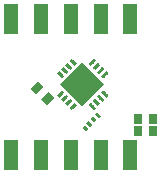
<source format=gbr>
G04 EAGLE Gerber X2 export*
%TF.Part,Single*%
%TF.FileFunction,Paste,Bot*%
%TF.FilePolarity,Positive*%
%TF.GenerationSoftware,Autodesk,EAGLE,9.0.1*%
%TF.CreationDate,2018-12-20T19:56:33Z*%
G75*
%MOMM*%
%FSLAX34Y34*%
%LPD*%
%AMOC8*
5,1,8,0,0,1.08239X$1,22.5*%
G01*
%ADD10C,0.062500*%
%ADD11R,2.600000X2.600000*%
%ADD12R,0.700000X0.900000*%
%ADD13R,1.270000X2.540000*%
%ADD14R,0.280000X0.430000*%


D10*
X6995Y-16375D02*
X10795Y-20175D01*
X9469Y-21501D01*
X5669Y-17701D01*
X6995Y-16375D01*
X8845Y-20877D02*
X10093Y-20877D01*
X10717Y-20253D02*
X8221Y-20253D01*
X7597Y-19629D02*
X10249Y-19629D01*
X9625Y-19005D02*
X6973Y-19005D01*
X6349Y-18381D02*
X9001Y-18381D01*
X8377Y-17757D02*
X5725Y-17757D01*
X6237Y-17133D02*
X7753Y-17133D01*
X7129Y-16509D02*
X6861Y-16509D01*
X10530Y-12840D02*
X14330Y-16640D01*
X13004Y-17966D01*
X9204Y-14166D01*
X10530Y-12840D01*
X12380Y-17342D02*
X13628Y-17342D01*
X14252Y-16718D02*
X11756Y-16718D01*
X11132Y-16094D02*
X13784Y-16094D01*
X13160Y-15470D02*
X10508Y-15470D01*
X9884Y-14846D02*
X12536Y-14846D01*
X11912Y-14222D02*
X9260Y-14222D01*
X9772Y-13598D02*
X11288Y-13598D01*
X10664Y-12974D02*
X10396Y-12974D01*
X14066Y-9304D02*
X17866Y-13104D01*
X16540Y-14430D01*
X12740Y-10630D01*
X14066Y-9304D01*
X15916Y-13806D02*
X17164Y-13806D01*
X17788Y-13182D02*
X15292Y-13182D01*
X14668Y-12558D02*
X17320Y-12558D01*
X16696Y-11934D02*
X14044Y-11934D01*
X13420Y-11310D02*
X16072Y-11310D01*
X15448Y-10686D02*
X12796Y-10686D01*
X13308Y-10062D02*
X14824Y-10062D01*
X14200Y-9438D02*
X13932Y-9438D01*
X17601Y-5769D02*
X21401Y-9569D01*
X20075Y-10895D01*
X16275Y-7095D01*
X17601Y-5769D01*
X19451Y-10271D02*
X20699Y-10271D01*
X21323Y-9647D02*
X18827Y-9647D01*
X18203Y-9023D02*
X20855Y-9023D01*
X20231Y-8399D02*
X17579Y-8399D01*
X16955Y-7775D02*
X19607Y-7775D01*
X18983Y-7151D02*
X16331Y-7151D01*
X16843Y-6527D02*
X18359Y-6527D01*
X17735Y-5903D02*
X17467Y-5903D01*
X-16075Y6695D02*
X-19875Y10495D01*
X-16075Y6695D02*
X-17401Y5369D01*
X-21201Y9169D01*
X-19875Y10495D01*
X-18025Y5993D02*
X-16777Y5993D01*
X-16153Y6617D02*
X-18649Y6617D01*
X-19273Y7241D02*
X-16621Y7241D01*
X-17245Y7865D02*
X-19897Y7865D01*
X-20521Y8489D02*
X-17869Y8489D01*
X-18493Y9113D02*
X-21145Y9113D01*
X-20633Y9737D02*
X-19117Y9737D01*
X-19741Y10361D02*
X-20009Y10361D01*
X-16340Y14030D02*
X-12540Y10230D01*
X-13866Y8904D01*
X-17666Y12704D01*
X-16340Y14030D01*
X-14490Y9528D02*
X-13242Y9528D01*
X-12618Y10152D02*
X-15114Y10152D01*
X-15738Y10776D02*
X-13086Y10776D01*
X-13710Y11400D02*
X-16362Y11400D01*
X-16986Y12024D02*
X-14334Y12024D01*
X-14958Y12648D02*
X-17610Y12648D01*
X-17098Y13272D02*
X-15582Y13272D01*
X-16206Y13896D02*
X-16474Y13896D01*
X-12804Y17566D02*
X-9004Y13766D01*
X-10330Y12440D01*
X-14130Y16240D01*
X-12804Y17566D01*
X-10954Y13064D02*
X-9706Y13064D01*
X-9082Y13688D02*
X-11578Y13688D01*
X-12202Y14312D02*
X-9550Y14312D01*
X-10174Y14936D02*
X-12826Y14936D01*
X-13450Y15560D02*
X-10798Y15560D01*
X-11422Y16184D02*
X-14074Y16184D01*
X-13562Y16808D02*
X-12046Y16808D01*
X-12670Y17432D02*
X-12938Y17432D01*
X-9269Y21101D02*
X-5469Y17301D01*
X-6795Y15975D01*
X-10595Y19775D01*
X-9269Y21101D01*
X-7419Y16599D02*
X-6171Y16599D01*
X-5547Y17223D02*
X-8043Y17223D01*
X-8667Y17847D02*
X-6015Y17847D01*
X-6639Y18471D02*
X-9291Y18471D01*
X-9915Y19095D02*
X-7263Y19095D01*
X-7887Y19719D02*
X-10539Y19719D01*
X-10027Y20343D02*
X-8511Y20343D01*
X-9135Y20967D02*
X-9403Y20967D01*
X6995Y15975D02*
X10795Y19775D01*
X6995Y15975D02*
X5669Y17301D01*
X9469Y21101D01*
X10795Y19775D01*
X7619Y16599D02*
X6371Y16599D01*
X5747Y17223D02*
X8243Y17223D01*
X8867Y17847D02*
X6215Y17847D01*
X6839Y18471D02*
X9491Y18471D01*
X10115Y19095D02*
X7463Y19095D01*
X8087Y19719D02*
X10739Y19719D01*
X10227Y20343D02*
X8711Y20343D01*
X9335Y20967D02*
X9603Y20967D01*
X14330Y16240D02*
X10530Y12440D01*
X9204Y13766D01*
X13004Y17566D01*
X14330Y16240D01*
X11154Y13064D02*
X9906Y13064D01*
X9282Y13688D02*
X11778Y13688D01*
X12402Y14312D02*
X9750Y14312D01*
X10374Y14936D02*
X13026Y14936D01*
X13650Y15560D02*
X10998Y15560D01*
X11622Y16184D02*
X14274Y16184D01*
X13762Y16808D02*
X12246Y16808D01*
X12870Y17432D02*
X13138Y17432D01*
X17866Y12704D02*
X14066Y8904D01*
X12740Y10230D01*
X16540Y14030D01*
X17866Y12704D01*
X14690Y9528D02*
X13442Y9528D01*
X12818Y10152D02*
X15314Y10152D01*
X15938Y10776D02*
X13286Y10776D01*
X13910Y11400D02*
X16562Y11400D01*
X17186Y12024D02*
X14534Y12024D01*
X15158Y12648D02*
X17810Y12648D01*
X17298Y13272D02*
X15782Y13272D01*
X16406Y13896D02*
X16674Y13896D01*
X20075Y10495D02*
X16275Y6695D01*
X20075Y10495D02*
X21401Y9169D01*
X17601Y5369D01*
X16275Y6695D01*
X16977Y5993D02*
X18225Y5993D01*
X18849Y6617D02*
X16353Y6617D01*
X16821Y7241D02*
X19473Y7241D01*
X20097Y7865D02*
X17445Y7865D01*
X18069Y8489D02*
X20721Y8489D01*
X21345Y9113D02*
X18693Y9113D01*
X19317Y9737D02*
X20833Y9737D01*
X20209Y10361D02*
X19941Y10361D01*
X-16075Y-7095D02*
X-19875Y-10895D01*
X-21201Y-9569D01*
X-17401Y-5769D01*
X-16075Y-7095D01*
X-19251Y-10271D02*
X-20499Y-10271D01*
X-21123Y-9647D02*
X-18627Y-9647D01*
X-18003Y-9023D02*
X-20655Y-9023D01*
X-20031Y-8399D02*
X-17379Y-8399D01*
X-16755Y-7775D02*
X-19407Y-7775D01*
X-18783Y-7151D02*
X-16131Y-7151D01*
X-16643Y-6527D02*
X-18159Y-6527D01*
X-17535Y-5903D02*
X-17267Y-5903D01*
X-12540Y-10630D02*
X-16340Y-14430D01*
X-17666Y-13104D01*
X-13866Y-9304D01*
X-12540Y-10630D01*
X-15716Y-13806D02*
X-16964Y-13806D01*
X-17588Y-13182D02*
X-15092Y-13182D01*
X-14468Y-12558D02*
X-17120Y-12558D01*
X-16496Y-11934D02*
X-13844Y-11934D01*
X-13220Y-11310D02*
X-15872Y-11310D01*
X-15248Y-10686D02*
X-12596Y-10686D01*
X-13108Y-10062D02*
X-14624Y-10062D01*
X-14000Y-9438D02*
X-13732Y-9438D01*
X-9004Y-14166D02*
X-12804Y-17966D01*
X-14130Y-16640D01*
X-10330Y-12840D01*
X-9004Y-14166D01*
X-12180Y-17342D02*
X-13428Y-17342D01*
X-14052Y-16718D02*
X-11556Y-16718D01*
X-10932Y-16094D02*
X-13584Y-16094D01*
X-12960Y-15470D02*
X-10308Y-15470D01*
X-9684Y-14846D02*
X-12336Y-14846D01*
X-11712Y-14222D02*
X-9060Y-14222D01*
X-9572Y-13598D02*
X-11088Y-13598D01*
X-10464Y-12974D02*
X-10196Y-12974D01*
X-6795Y-16375D02*
X-10595Y-20175D01*
X-6795Y-16375D02*
X-5469Y-17701D01*
X-9269Y-21501D01*
X-10595Y-20175D01*
X-9893Y-20877D02*
X-8645Y-20877D01*
X-8021Y-20253D02*
X-10517Y-20253D01*
X-10049Y-19629D02*
X-7397Y-19629D01*
X-6773Y-19005D02*
X-9425Y-19005D01*
X-8801Y-18381D02*
X-6149Y-18381D01*
X-5525Y-17757D02*
X-8177Y-17757D01*
X-7553Y-17133D02*
X-6037Y-17133D01*
X-6661Y-16509D02*
X-6929Y-16509D01*
D11*
G36*
X100Y18184D02*
X18484Y-200D01*
X100Y-18584D01*
X-18284Y-200D01*
X100Y18184D01*
G37*
D12*
X47100Y-29700D03*
X60100Y-29700D03*
X47100Y-40200D03*
X60100Y-40200D03*
G36*
X-28097Y-6940D02*
X-23148Y-11889D01*
X-29511Y-18252D01*
X-34460Y-13303D01*
X-28097Y-6940D01*
G37*
G36*
X-37289Y2252D02*
X-32340Y-2697D01*
X-38703Y-9060D01*
X-43652Y-4111D01*
X-37289Y2252D01*
G37*
D13*
X-34700Y-60200D03*
X-59900Y-60200D03*
X-9500Y-60200D03*
X15700Y-60200D03*
X40900Y-60200D03*
X-34700Y55000D03*
X-59900Y55000D03*
X-9500Y55000D03*
X15700Y55000D03*
X40900Y55000D03*
D14*
G36*
X3693Y-33567D02*
X5673Y-31587D01*
X8713Y-34627D01*
X6733Y-36607D01*
X3693Y-33567D01*
G37*
G36*
X87Y-37173D02*
X2067Y-35193D01*
X5107Y-38233D01*
X3127Y-40213D01*
X87Y-37173D01*
G37*
G36*
X10993Y-26067D02*
X12973Y-24087D01*
X16013Y-27127D01*
X14033Y-29107D01*
X10993Y-26067D01*
G37*
G36*
X7387Y-29673D02*
X9367Y-27693D01*
X12407Y-30733D01*
X10427Y-32713D01*
X7387Y-29673D01*
G37*
M02*

</source>
